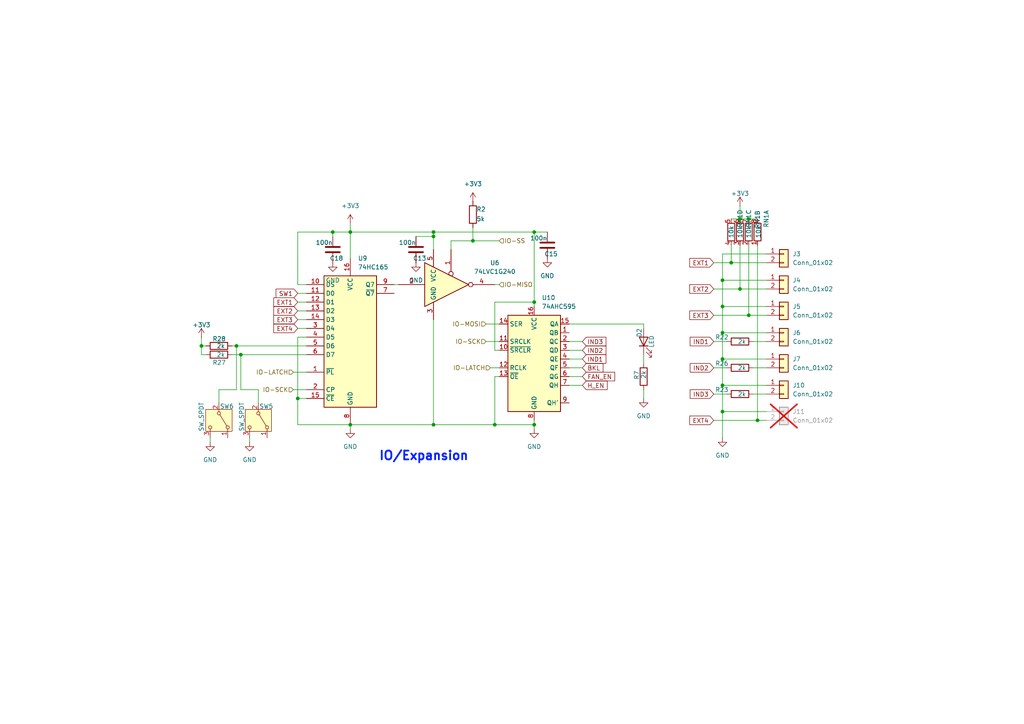
<source format=kicad_sch>
(kicad_sch (version 20250114) (generator "eeschema") (generator_version "9.0")
  (paper "A4")
  (title_block (date "2024-12-29") (rev "G4") (company "Foxhood Designs"))
  (lib_symbols
    (symbol "74xGxx:74LVC1G240"
      (property "Reference" "U" (at 2.54 7.62 0))
      (property "Value" "74LVC1G240" (at 2.54 -7.62 0))
      (symbol "74LVC1G240_0_1"
        (polyline (pts (xy -7.62 6.35) (xy -7.62 -6.35) (xy 5.08 0) (xy -7.62 6.35)) (stroke (width 0.254)) (fill (type background)))
      )
      (symbol "74LVC1G240_1_1"
        (pin input line (at -15.24 0 0) (length 7.62) (name "~") (number "2"))
        (pin power_in line (at -5.08 10.16 270) (length 5.08) (name "VCC") (number "5"))
        (pin power_in line (at -5.08 -10.16 90) (length 5.08) (name "GND") (number "3"))
        (pin input inverted (at 0 10.16 270) (length 7.62) (name "~") (number "1"))
        (pin tri_state inverted (at 12.7 0 180) (length 7.62) (name "~") (number "4"))
      )
    )
    (symbol "74xx:74AHC595"
      (property "Reference" "U" (at -7.62 13.97 0))
      (property "Value" "74AHC595" (at -7.62 -16.51 0))
      (symbol "74AHC595_1_0"
        (pin input line (at -10.16 10.16 0) (length 2.54) (name "SER") (number "14"))
        (pin input line (at -10.16 5.08 0) (length 2.54) (name "SRCLK") (number "11"))
        (pin input line (at -10.16 2.54 0) (length 2.54) (name "~{SRCLR}") (number "10"))
        (pin input line (at -10.16 -2.54 0) (length 2.54) (name "RCLK") (number "12"))
        (pin input line (at -10.16 -5.08 0) (length 2.54) (name "~{OE}") (number "13"))
        (pin power_in line (at 0 15.24 270) (length 2.54) (name "VCC") (number "16"))
        (pin power_in line (at 0 -17.78 90) (length 2.54) (name "GND") (number "8"))
        (pin tri_state line (at 10.16 10.16 180) (length 2.54) (name "QA") (number "15"))
        (pin tri_state line (at 10.16 7.62 180) (length 2.54) (name "QB") (number "1"))
        (pin tri_state line (at 10.16 5.08 180) (length 2.54) (name "QC") (number "2"))
        (pin tri_state line (at 10.16 2.54 180) (length 2.54) (name "QD") (number "3"))
        (pin tri_state line (at 10.16 0 180) (length 2.54) (name "QE") (number "4"))
        (pin tri_state line (at 10.16 -2.54 180) (length 2.54) (name "QF") (number "5"))
        (pin tri_state line (at 10.16 -5.08 180) (length 2.54) (name "QG") (number "6"))
        (pin tri_state line (at 10.16 -7.62 180) (length 2.54) (name "QH") (number "7"))
        (pin output line (at 10.16 -12.7 180) (length 2.54) (name "QH'") (number "9"))
      )
      (symbol "74AHC595_1_1"
        (rectangle (start -7.62 12.7) (end 7.62 -15.24) (stroke (width 0.254)) (fill (type background)))
      )
    )
    (symbol "74xx:74HC165"
      (property "Reference" "U" (at -7.62 19.05 0))
      (property "Value" "74HC165" (at -7.62 -21.59 0))
      (symbol "74HC165_1_0"
        (pin input line (at -12.7 15.24 0) (length 5.08) (name "DS") (number "10"))
        (pin input line (at -12.7 12.7 0) (length 5.08) (name "D0") (number "11"))
        (pin input line (at -12.7 10.16 0) (length 5.08) (name "D1") (number "12"))
        (pin input line (at -12.7 7.62 0) (length 5.08) (name "D2") (number "13"))
        (pin input line (at -12.7 5.08 0) (length 5.08) (name "D3") (number "14"))
        (pin input line (at -12.7 2.54 0) (length 5.08) (name "D4") (number "3"))
        (pin input line (at -12.7 0 0) (length 5.08) (name "D5") (number "4"))
        (pin input line (at -12.7 -2.54 0) (length 5.08) (name "D6") (number "5"))
        (pin input line (at -12.7 -5.08 0) (length 5.08) (name "D7") (number "6"))
        (pin input line (at -12.7 -10.16 0) (length 5.08) (name "~{PL}") (number "1"))
        (pin input line (at -12.7 -15.24 0) (length 5.08) (name "CP") (number "2"))
        (pin input line (at -12.7 -17.78 0) (length 5.08) (name "~{CE}") (number "15"))
        (pin power_in line (at 0 22.86 270) (length 5.08) (name "VCC") (number "16"))
        (pin power_in line (at 0 -25.4 90) (length 5.08) (name "GND") (number "8"))
        (pin output line (at 12.7 15.24 180) (length 5.08) (name "Q7") (number "9"))
        (pin output line (at 12.7 12.7 180) (length 5.08) (name "~{Q7}") (number "7"))
      )
      (symbol "74HC165_1_1"
        (rectangle (start -7.62 17.78) (end 7.62 -20.32) (stroke (width 0.254)) (fill (type background)))
      )
    )
    (symbol "Connector_Generic:Conn_01x02" (pin_names (offset 1.016) (hide yes))
      (property "Reference" "J" (at 0 2.54 0))
      (property "Value" "Conn_01x02" (at 0 -5.08 0))
      (symbol "Conn_01x02_1_1"
        (rectangle (start -1.27 1.27) (end 1.27 -3.81) (stroke (width 0.254)) (fill (type background)))
        (rectangle (start -1.27 0.127) (end 0 -0.127) (stroke (width 0.1524)))
        (rectangle (start -1.27 -2.413) (end 0 -2.667) (stroke (width 0.1524)))
        (pin passive line (at -5.08 0 0) (length 3.81) (name "Pin_1") (number "1"))
        (pin passive line (at -5.08 -2.54 0) (length 3.81) (name "Pin_2") (number "2"))
      )
    )
    (symbol "Device:LED" (pin_numbers (hide yes)) (pin_names (offset 1.016) (hide yes))
      (property "Reference" "D" (at 0 2.54 0))
      (property "Value" "LED" (at 0 -2.54 0))
      (symbol "LED_0_1"
        (polyline (pts (xy -3.048 -0.762) (xy -4.572 -2.286) (xy -3.81 -2.286) (xy -4.572 -2.286) (xy -4.572 -1.524)))
        (polyline (pts (xy -1.778 -0.762) (xy -3.302 -2.286) (xy -2.54 -2.286) (xy -3.302 -2.286) (xy -3.302 -1.524)))
        (polyline (pts (xy -1.27 0) (xy 1.27 0)))
        (polyline (pts (xy -1.27 -1.27) (xy -1.27 1.27)) (stroke (width 0.254)))
        (polyline (pts (xy 1.27 -1.27) (xy 1.27 1.27) (xy -1.27 0) (xy 1.27 -1.27)) (stroke (width 0.254)))
      )
      (symbol "LED_1_1"
        (pin passive line (at -3.81 0 0) (length 2.54) (name "K") (number "1"))
        (pin passive line (at 3.81 0 180) (length 2.54) (name "A") (number "2"))
      )
    )
    (symbol "Device:R" (pin_numbers (hide yes)) (pin_names (offset 0))
      (property "Reference" "R" (at 2.032 0 90))
      (property "Value" "R" (at 0 0 90))
      (symbol "R_0_1"
        (rectangle (start -1.016 -2.54) (end 1.016 2.54) (stroke (width 0.254)))
      )
      (symbol "R_1_1"
        (pin passive line (at 0 3.81 270) (length 1.27) (name "~") (number "1"))
        (pin passive line (at 0 -3.81 90) (length 1.27) (name "~") (number "2"))
      )
    )
    (symbol "Device:R_Pack04_Split" (pin_names (offset 0) (hide yes))
      (property "Reference" "RN" (at 2.032 0 90))
      (property "Value" "R_Pack04_Split" (at 0 0 90))
      (symbol "R_Pack04_Split_0_1"
        (rectangle (start 1.016 2.54) (end -1.016 -2.54) (stroke (width 0.254)))
      )
      (symbol "R_Pack04_Split_1_1"
        (pin passive line (at 0 3.81 270) (length 1.27) (name "R1.2") (number "8"))
        (pin passive line (at 0 -3.81 90) (length 1.27) (name "R1.1") (number "1"))
      )
      (symbol "R_Pack04_Split_2_1"
        (pin passive line (at 0 3.81 270) (length 1.27) (name "R2.2") (number "7"))
        (pin passive line (at 0 -3.81 90) (length 1.27) (name "R2.1") (number "2"))
      )
      (symbol "R_Pack04_Split_3_1"
        (pin passive line (at 0 3.81 270) (length 1.27) (name "R3.2") (number "6"))
        (pin passive line (at 0 -3.81 90) (length 1.27) (name "R3.1") (number "3"))
      )
      (symbol "R_Pack04_Split_4_1"
        (pin passive line (at 0 3.81 270) (length 1.27) (name "R4.2") (number "5"))
        (pin passive line (at 0 -3.81 90) (length 1.27) (name "R4.1") (number "4"))
      )
    )
    (symbol "SparkFun-Capacitor:C" (pin_numbers (hide yes)) (pin_names (offset 0.254))
      (property "Reference" "C" (at 0.635 2.54 0))
      (property "Value" "C" (at 0.635 -2.54 0))
      (property "Voltage" "1kV" (at 0 -6.35 0))
      (property "Tolerance" "100%" (at 0 -8.89 0))
      (symbol "C_0_1"
        (polyline (pts (xy -2.032 0.762) (xy 2.032 0.762)) (stroke (width 0.508)))
        (polyline (pts (xy -2.032 -0.762) (xy 2.032 -0.762)) (stroke (width 0.508)))
      )
      (symbol "C_1_1"
        (pin passive line (at 0 3.81 270) (length 2.794) (name "~") (number "1"))
        (pin passive line (at 0 -3.81 90) (length 2.794) (name "~") (number "2"))
      )
    )
    (symbol "Switch:SW_SPDT" (pin_names (offset 0) (hide yes))
      (property "Reference" "SW" (at 0 5.08 0))
      (property "Value" "SW_SPDT" (at 0 -5.08 0))
      (symbol "SW_SPDT_0_1"
        (circle (center -2.032 0) (radius 0.4572))
        (polyline (pts (xy -1.651 0.254) (xy 1.651 2.286)))
        (circle (center 2.032 2.54) (radius 0.4572))
        (circle (center 2.032 -2.54) (radius 0.4572))
      )
      (symbol "SW_SPDT_1_1"
        (rectangle (start -3.175 3.81) (end 3.175 -3.81) (fill (type background)))
        (pin passive line (at -5.08 0 0) (length 2.54) (name "B") (number "2"))
        (pin passive line (at 5.08 2.54 180) (length 2.54) (name "A") (number "1"))
        (pin passive line (at 5.08 -2.54 180) (length 2.54) (name "C") (number "3"))
      )
    )
    (symbol "power:+3V3" (power) (pin_numbers (hide yes)) (pin_names (offset 0) (hide yes))
      (property "Value" "+3V3" (at 0 3.556 0))
      (symbol "+3V3_0_1"
        (polyline (pts (xy -0.762 1.27) (xy 0 2.54)))
        (polyline (pts (xy 0 2.54) (xy 0.762 1.27)))
        (polyline (pts (xy 0 0) (xy 0 2.54)))
      )
      (symbol "+3V3_1_1"
        (pin power_in line (at 0 0 90) (length 0) (name "~") (number "1"))
      )
    )
    (symbol "power:GND" (power) (pin_numbers (hide yes)) (pin_names (offset 0) (hide yes))
      (property "Value" "GND" (at 0 -3.81 0))
      (symbol "GND_0_1"
        (polyline (pts (xy 0 0) (xy 0 -1.27) (xy 1.27 -1.27) (xy 0 -2.54) (xy -1.27 -1.27) (xy 0 -1.27)))
      )
      (symbol "GND_1_1"
        (pin power_in line (at 0 0 270) (length 0) (name "~") (number "1"))
      )
    )
  )
  (text "IO/Expansion" (at 122.936 132.334 0) (effects (font (size 2.54 2.54) (thickness 0.508) (bold yes))))
  (junction (at 125.73 68.58))
  (junction (at 101.6 123.19))
  (junction (at 209.55 96.52))
  (junction (at 143.51 123.19))
  (junction (at 101.6 67.31))
  (junction (at 214.63 63.5))
  (junction (at 137.16 69.85))
  (junction (at 154.94 67.31))
  (junction (at 96.52 67.31))
  (junction (at 217.17 91.44))
  (junction (at 68.58 100.33))
  (junction (at 217.17 63.5))
  (junction (at 209.55 81.28))
  (junction (at 209.55 111.76))
  (junction (at 209.55 88.9))
  (junction (at 154.94 123.19))
  (junction (at 212.09 76.2))
  (junction (at 214.63 83.82))
  (junction (at 58.42 100.33))
  (junction (at 86.36 115.57))
  (junction (at 209.55 104.14))
  (junction (at 125.73 123.19))
  (junction (at 154.94 87.63))
  (junction (at 125.73 67.31))
  (junction (at 69.85 102.87))
  (junction (at 209.55 119.38))
  (junction (at 219.71 121.92))
  (wire (pts (xy 86.36 82.55) (xy 86.36 67.31)))
  (wire (pts (xy 67.31 100.33) (xy 68.58 100.33)))
  (wire (pts (xy 165.1 111.76) (xy 168.91 111.76)))
  (wire (pts (xy 219.71 71.12) (xy 219.71 121.92)))
  (wire (pts (xy 101.6 67.31) (xy 101.6 74.93)))
  (wire (pts (xy 140.97 93.98) (xy 144.78 93.98)))
  (wire (pts (xy 115.57 82.55) (xy 114.3 82.55)))
  (wire (pts (xy 207.01 91.44) (xy 217.17 91.44)))
  (wire (pts (xy 58.42 100.33) (xy 58.42 102.87)))
  (wire (pts (xy 154.94 67.31) (xy 158.75 67.31)))
  (wire (pts (xy 86.36 85.09) (xy 88.9 85.09)))
  (wire (pts (xy 143.51 87.63) (xy 154.94 87.63)))
  (wire (pts (xy 85.09 113.03) (xy 88.9 113.03)))
  (wire (pts (xy 125.73 67.31) (xy 101.6 67.31)))
  (wire (pts (xy 69.85 102.87) (xy 69.85 113.03)))
  (wire (pts (xy 209.55 96.52) (xy 209.55 88.9)))
  (wire (pts (xy 214.63 71.12) (xy 214.63 83.82)))
  (wire (pts (xy 125.73 123.19) (xy 143.51 123.19)))
  (wire (pts (xy 209.55 81.28) (xy 222.25 81.28)))
  (wire (pts (xy 165.1 104.14) (xy 168.91 104.14)))
  (wire (pts (xy 86.36 123.19) (xy 101.6 123.19)))
  (wire (pts (xy 86.36 115.57) (xy 88.9 115.57)))
  (wire (pts (xy 165.1 93.98) (xy 186.69 93.98)))
  (wire (pts (xy 60.96 128.27) (xy 60.96 127)))
  (wire (pts (xy 214.63 63.5) (xy 217.17 63.5)))
  (wire (pts (xy 207.01 106.68) (xy 210.82 106.68)))
  (wire (pts (xy 222.25 106.68) (xy 218.44 106.68)))
  (wire (pts (xy 207.01 114.3) (xy 210.82 114.3)))
  (wire (pts (xy 212.09 63.5) (xy 214.63 63.5)))
  (wire (pts (xy 96.52 68.58) (xy 96.52 67.31)))
  (wire (pts (xy 209.55 111.76) (xy 209.55 104.14)))
  (wire (pts (xy 72.39 128.27) (xy 72.39 127)))
  (wire (pts (xy 217.17 71.12) (xy 217.17 91.44)))
  (wire (pts (xy 144.78 101.6) (xy 143.51 101.6)))
  (wire (pts (xy 63.5 116.84) (xy 63.5 113.03)))
  (wire (pts (xy 86.36 87.63) (xy 88.9 87.63)))
  (wire (pts (xy 143.51 101.6) (xy 143.51 87.63)))
  (wire (pts (xy 68.58 100.33) (xy 68.58 113.03)))
  (wire (pts (xy 207.01 83.82) (xy 214.63 83.82)))
  (wire (pts (xy 130.81 72.39) (xy 130.81 69.85)))
  (wire (pts (xy 125.73 72.39) (xy 125.73 68.58)))
  (wire (pts (xy 101.6 64.77) (xy 101.6 67.31)))
  (wire (pts (xy 125.73 123.19) (xy 101.6 123.19)))
  (wire (pts (xy 101.6 123.19) (xy 101.6 124.46)))
  (wire (pts (xy 209.55 111.76) (xy 222.25 111.76)))
  (wire (pts (xy 86.36 90.17) (xy 88.9 90.17)))
  (wire (pts (xy 85.09 107.95) (xy 88.9 107.95)))
  (wire (pts (xy 88.9 82.55) (xy 86.36 82.55)))
  (wire (pts (xy 125.73 68.58) (xy 125.73 67.31)))
  (wire (pts (xy 144.78 106.68) (xy 142.24 106.68)))
  (wire (pts (xy 186.69 113.03) (xy 186.69 115.57)))
  (wire (pts (xy 86.36 95.25) (xy 88.9 95.25)))
  (wire (pts (xy 186.69 105.41) (xy 186.69 102.87)))
  (wire (pts (xy 209.55 104.14) (xy 209.55 96.52)))
  (wire (pts (xy 68.58 100.33) (xy 88.9 100.33)))
  (wire (pts (xy 209.55 73.66) (xy 222.25 73.66)))
  (wire (pts (xy 86.36 97.79) (xy 88.9 97.79)))
  (wire (pts (xy 137.16 66.04) (xy 137.16 69.85)))
  (wire (pts (xy 86.36 97.79) (xy 86.36 115.57)))
  (wire (pts (xy 186.69 93.98) (xy 186.69 95.25)))
  (wire (pts (xy 137.16 69.85) (xy 144.78 69.85)))
  (wire (pts (xy 58.42 102.87) (xy 59.69 102.87)))
  (wire (pts (xy 154.94 121.92) (xy 154.94 123.19)))
  (wire (pts (xy 144.78 82.55) (xy 143.51 82.55)))
  (wire (pts (xy 209.55 96.52) (xy 222.25 96.52)))
  (wire (pts (xy 207.01 121.92) (xy 219.71 121.92)))
  (wire (pts (xy 209.55 81.28) (xy 209.55 73.66)))
  (wire (pts (xy 209.55 88.9) (xy 222.25 88.9)))
  (wire (pts (xy 58.42 97.79) (xy 58.42 100.33)))
  (wire (pts (xy 96.52 67.31) (xy 101.6 67.31)))
  (wire (pts (xy 154.94 123.19) (xy 154.94 124.46)))
  (wire (pts (xy 67.31 102.87) (xy 69.85 102.87)))
  (wire (pts (xy 165.1 106.68) (xy 168.91 106.68)))
  (wire (pts (xy 219.71 121.92) (xy 222.25 121.92)))
  (wire (pts (xy 125.73 92.71) (xy 125.73 123.19)))
  (wire (pts (xy 58.42 100.33) (xy 59.69 100.33)))
  (wire (pts (xy 74.93 113.03) (xy 74.93 116.84)))
  (wire (pts (xy 165.1 101.6) (xy 168.91 101.6)))
  (wire (pts (xy 143.51 123.19) (xy 154.94 123.19)))
  (wire (pts (xy 143.51 109.22) (xy 143.51 123.19)))
  (wire (pts (xy 209.55 104.14) (xy 222.25 104.14)))
  (wire (pts (xy 217.17 63.5) (xy 219.71 63.5)))
  (wire (pts (xy 154.94 87.63) (xy 154.94 67.31)))
  (wire (pts (xy 86.36 115.57) (xy 86.36 123.19)))
  (wire (pts (xy 209.55 127) (xy 209.55 119.38)))
  (wire (pts (xy 154.94 67.31) (xy 125.73 67.31)))
  (wire (pts (xy 130.81 69.85) (xy 137.16 69.85)))
  (wire (pts (xy 154.94 88.9) (xy 154.94 87.63)))
  (wire (pts (xy 209.55 119.38) (xy 222.25 119.38)))
  (wire (pts (xy 209.55 88.9) (xy 209.55 81.28)))
  (wire (pts (xy 209.55 119.38) (xy 209.55 111.76)))
  (wire (pts (xy 217.17 91.44) (xy 222.25 91.44)))
  (wire (pts (xy 165.1 99.06) (xy 168.91 99.06)))
  (wire (pts (xy 86.36 92.71) (xy 88.9 92.71)))
  (wire (pts (xy 212.09 71.12) (xy 212.09 76.2)))
  (wire (pts (xy 212.09 76.2) (xy 222.25 76.2)))
  (wire (pts (xy 207.01 99.06) (xy 210.82 99.06)))
  (wire (pts (xy 222.25 99.06) (xy 218.44 99.06)))
  (wire (pts (xy 222.25 114.3) (xy 218.44 114.3)))
  (wire (pts (xy 140.97 99.06) (xy 144.78 99.06)))
  (wire (pts (xy 214.63 83.82) (xy 222.25 83.82)))
  (wire (pts (xy 214.63 59.69) (xy 214.63 63.5)))
  (wire (pts (xy 143.51 109.22) (xy 144.78 109.22)))
  (wire (pts (xy 63.5 113.03) (xy 68.58 113.03)))
  (wire (pts (xy 86.36 67.31) (xy 96.52 67.31)))
  (wire (pts (xy 165.1 109.22) (xy 168.91 109.22)))
  (wire (pts (xy 207.01 76.2) (xy 212.09 76.2)))
  (wire (pts (xy 120.65 68.58) (xy 125.73 68.58)))
  (wire (pts (xy 69.85 113.03) (xy 74.93 113.03)))
  (wire (pts (xy 69.85 102.87) (xy 88.9 102.87)))
  (global_label "EXT2" (shape input) (at 207.01 83.82 180) (property "Intersheetrefs" "${INTERSHEET_REFS}" (effects (hide yes))))
  (global_label "H_EN" (shape input) (at 168.91 111.76 0) (property "Intersheetrefs" "${INTERSHEET_REFS}" (effects (hide yes))))
  (global_label "EXT1" (shape input) (at 207.01 76.2 180) (property "Intersheetrefs" "${INTERSHEET_REFS}" (effects (hide yes))))
  (global_label "IND3" (shape input) (at 207.01 114.3 180) (property "Intersheetrefs" "${INTERSHEET_REFS}" (effects (hide yes))))
  (global_label "EXT4" (shape input) (at 86.36 95.25 180) (property "Intersheetrefs" "${INTERSHEET_REFS}" (effects (hide yes))))
  (global_label "EXT3" (shape input) (at 207.01 91.44 180) (property "Intersheetrefs" "${INTERSHEET_REFS}" (effects (hide yes))))
  (global_label "EXT3" (shape input) (at 86.36 92.71 180) (property "Intersheetrefs" "${INTERSHEET_REFS}" (effects (hide yes))))
  (global_label "BKL" (shape input) (at 168.91 106.68 0) (property "Intersheetrefs" "${INTERSHEET_REFS}" (effects (hide yes))))
  (global_label "IND2" (shape input) (at 168.91 101.6 0) (property "Intersheetrefs" "${INTERSHEET_REFS}" (effects (hide yes))))
  (global_label "EXT1" (shape input) (at 86.36 87.63 180) (property "Intersheetrefs" "${INTERSHEET_REFS}" (effects (hide yes))))
  (global_label "SW1" (shape input) (at 86.36 85.09 180) (property "Intersheetrefs" "${INTERSHEET_REFS}" (effects (hide yes))))
  (global_label "IND1" (shape input) (at 168.91 104.14 0) (property "Intersheetrefs" "${INTERSHEET_REFS}" (effects (hide yes))))
  (global_label "IND2" (shape input) (at 207.01 106.68 180) (property "Intersheetrefs" "${INTERSHEET_REFS}" (effects (hide yes))))
  (global_label "IND1" (shape input) (at 207.01 99.06 180) (property "Intersheetrefs" "${INTERSHEET_REFS}" (effects (hide yes))))
  (global_label "IND3" (shape input) (at 168.91 99.06 0) (property "Intersheetrefs" "${INTERSHEET_REFS}" (effects (hide yes))))
  (global_label "EXT2" (shape input) (at 86.36 90.17 180) (property "Intersheetrefs" "${INTERSHEET_REFS}" (effects (hide yes))))
  (global_label "FAN_EN" (shape input) (at 168.91 109.22 0) (property "Intersheetrefs" "${INTERSHEET_REFS}" (effects (hide yes))))
  (global_label "EXT4" (shape input) (at 207.01 121.92 180) (property "Intersheetrefs" "${INTERSHEET_REFS}" (effects (hide yes))))
  (hierarchical_label "IO-MISO" (shape input) (at 144.78 82.55 0))
  (hierarchical_label "IO-SCK" (shape input) (at 140.97 99.06 180))
  (hierarchical_label "IO-LATCH" (shape input) (at 142.24 106.68 180))
  (hierarchical_label "IO-MOSI" (shape input) (at 140.97 93.98 180))
  (hierarchical_label "IO-LATCH" (shape input) (at 85.09 107.95 180))
  (hierarchical_label "IO-SCK" (shape input) (at 85.09 113.03 180))
  (hierarchical_label "IO-SS" (shape input) (at 144.78 69.85 0))
  (symbol (lib_id "SparkFun-Capacitor:C") (at 96.52 72.39 180) (unit 1)
    (property "Reference" "C18" (at 99.568 74.93 0) (effects (justify left)))
    (property "Value" "100n" (at 96.52 70.358 0) (effects (justify left)))
    (property "Footprint" "Capacitor_SMD:C_0805_2012Metric_Pad1.18x1.45mm_HandSolder" (effects (hide yes)))
    (property "Datasheet" "https://cdn.sparkfun.com/assets/8/a/4/a/5/Kemet_Capacitor_Datasheet.pdf" (effects (hide yes)))
    (property "Description" "Unpolarized capacitor" (effects (hide yes)))
    (property "PROD_ID" "CAP-00000" (effects (hide yes)))
    (property "Voltage" "1kV" (effects (hide yes)))
    (property "Tolerance" "100%" (effects (hide yes)))
  )
  (symbol (lib_id "Connector_Generic:Conn_01x02") (at 227.33 119.38 0) (unit 1) (dnp yes)
    (property "Reference" "J11" (at 229.87 119.3799 0) (effects (justify left)))
    (property "Value" "Conn_01x02" (at 229.87 121.9199 0) (effects (justify left)))
    (property "Footprint" "Connector_PinHeader_2.54mm:PinHeader_1x02_P2.54mm_Vertical_SMD_Pin1Right" (effects (hide yes)))
    (property "Description" "Generic connector, single row, 01x02, script generated (kicad-library-utils/schlib/autogen/connector/)" (effects (hide yes)))
  )
  (symbol (lib_id "SparkFun-Capacitor:C") (at 120.65 72.39 180) (unit 1)
    (property "Reference" "C13" (at 123.698 74.93 0) (effects (justify left)))
    (property "Value" "100n" (at 120.65 70.358 0) (effects (justify left)))
    (property "Footprint" "Capacitor_SMD:C_0805_2012Metric_Pad1.18x1.45mm_HandSolder" (effects (hide yes)))
    (property "Datasheet" "https://cdn.sparkfun.com/assets/8/a/4/a/5/Kemet_Capacitor_Datasheet.pdf" (effects (hide yes)))
    (property "Description" "Unpolarized capacitor" (effects (hide yes)))
    (property "PROD_ID" "CAP-00000" (effects (hide yes)))
    (property "Voltage" "1kV" (effects (hide yes)))
    (property "Tolerance" "100%" (effects (hide yes)))
  )
  (symbol (lib_id "74xGxx:74LVC1G240") (at 130.81 82.55 0) (unit 1)
    (property "Reference" "U6" (at 143.51 76.2314 0))
    (property "Value" "74LVC1G240" (at 143.51 78.7714 0))
    (property "Footprint" "Package_TO_SOT_SMD:SOT-23-5_HandSoldering" (effects (hide yes)))
    (property "Datasheet" "http://www.ti.com/lit/sg/scyt129e/scyt129e.pdf" (effects (hide yes)))
    (property "Description" "Single Buffer/Driver Gate Tri-State, Low-Voltage CMOS" (effects (hide yes)))
  )
  (symbol (lib_id "power:GND") (at 154.94 124.46 0) (unit 1)
    (property "Reference" "#PWR063" (effects (hide yes)))
    (property "Value" "GND" (at 154.94 129.54 0))
    (property "Description" "Power symbol creates a global label with name \"GND\" , ground" (effects (hide yes)))
  )
  (symbol (lib_id "power:GND") (at 120.65 76.2 0) (unit 1)
    (property "Reference" "#PWR061" (effects (hide yes)))
    (property "Value" "GND" (at 120.65 81.28 0))
    (property "Description" "Power symbol creates a global label with name \"GND\" , ground" (effects (hide yes)))
  )
  (symbol (lib_id "Device:R") (at 137.16 62.23 0) (unit 1)
    (property "Reference" "R2" (at 138.176 60.706 0) (effects (justify left)))
    (property "Value" "5k" (at 138.176 63.5 0) (effects (justify left)))
    (property "Footprint" "Resistor_SMD:R_0805_2012Metric_Pad1.20x1.40mm_HandSolder" (effects (hide yes)))
    (property "Description" "Resistor" (effects (hide yes)))
  )
  (symbol (lib_id "power:GND") (at 96.52 76.2 0) (unit 1)
    (property "Reference" "#PWR058" (effects (hide yes)))
    (property "Value" "GND" (at 96.52 81.28 0))
    (property "Description" "Power symbol creates a global label with name \"GND\" , ground" (effects (hide yes)))
  )
  (symbol (lib_id "Connector_Generic:Conn_01x02") (at 227.33 96.52 0) (unit 1)
    (property "Reference" "J6" (at 229.87 96.5199 0) (effects (justify left)))
    (property "Value" "Conn_01x02" (at 229.87 99.0599 0) (effects (justify left)))
    (property "Footprint" "Connector_JST:JST_XH_B2B-XH-A_1x02_P2.50mm_Vertical" (effects (hide yes)))
    (property "Description" "Generic connector, single row, 01x02, script generated (kicad-library-utils/schlib/autogen/connector/)" (effects (hide yes)))
  )
  (symbol (lib_id "74xx:74AHC595") (at 154.94 104.14 0) (unit 1)
    (property "Reference" "U10" (at 157.1341 86.36 0) (effects (justify left)))
    (property "Value" "74AHC595" (at 157.1341 88.9 0) (effects (justify left)))
    (property "Footprint" "Package_SO:TSSOP-16_4.4x5mm_P0.65mm" (effects (hide yes)))
    (property "Datasheet" "https://assets.nexperia.com/documents/data-sheet/74AHC_AHCT595.pdf" (effects (hide yes)))
    (property "Description" "8-bit serial in/out Shift Register 3-State Outputs" (effects (hide yes)))
  )
  (symbol (lib_id "Device:LED") (at 186.69 99.06 90) (unit 1)
    (property "Reference" "D2" (at 185.42 96.52 0))
    (property "Value" "LED" (at 188.976 99.06 0))
    (property "Footprint" "LED_SMD:LED_0805_2012Metric_Pad1.15x1.40mm_HandSolder" (effects (hide yes)))
    (property "Description" "Light emitting diode" (effects (hide yes)))
  )
  (symbol (lib_id "Device:R_Pack04_Split") (at 212.09 67.31 0) (unit 4)
    (property "Reference" "RN1" (at 214.63 66.0399 90) (effects (justify left)))
    (property "Value" "10k" (at 212.09 69.088 90) (effects (justify left)))
    (property "Footprint" "Resistor_SMD:R_Array_Convex_4x0603" (effects (hide yes)))
    (property "Description" "4 resistor network, parallel topology, split" (effects (hide yes)))
  )
  (symbol (lib_id "power:+3V3") (at 137.16 58.42 0) (unit 1)
    (property "Reference" "#PWR062" (effects (hide yes)))
    (property "Value" "+3V3" (at 137.16 53.34 0))
    (property "Description" "Power symbol creates a global label with name \"+3V3\"" (effects (hide yes)))
  )
  (symbol (lib_id "power:GND") (at 101.6 124.46 0) (unit 1)
    (property "Reference" "#PWR060" (effects (hide yes)))
    (property "Value" "GND" (at 101.6 129.54 0))
    (property "Description" "Power symbol creates a global label with name \"GND\" , ground" (effects (hide yes)))
  )
  (symbol (lib_id "Device:R_Pack04_Split") (at 214.63 67.31 0) (unit 3)
    (property "Reference" "RN1" (at 217.17 66.0399 90) (effects (justify left)))
    (property "Value" "10k" (at 214.63 69.088 90) (effects (justify left)))
    (property "Footprint" "Resistor_SMD:R_Array_Convex_4x0603" (effects (hide yes)))
    (property "Description" "4 resistor network, parallel topology, split" (effects (hide yes)))
  )
  (symbol (lib_id "power:GND") (at 186.69 115.57 0) (unit 1)
    (property "Reference" "#PWR065" (effects (hide yes)))
    (property "Value" "GND" (at 186.69 120.65 0))
    (property "Description" "Power symbol creates a global label with name \"GND\" , ground" (effects (hide yes)))
  )
  (symbol (lib_id "Connector_Generic:Conn_01x02") (at 227.33 73.66 0) (unit 1)
    (property "Reference" "J3" (at 229.87 73.6599 0) (effects (justify left)))
    (property "Value" "Conn_01x02" (at 229.87 76.1999 0) (effects (justify left)))
    (property "Footprint" "Connector_JST:JST_XH_B2B-XH-A_1x02_P2.50mm_Vertical" (effects (hide yes)))
    (property "Description" "Generic connector, single row, 01x02, script generated (kicad-library-utils/schlib/autogen/connector/)" (effects (hide yes)))
  )
  (symbol (lib_id "Device:R") (at 63.5 100.33 90) (unit 1)
    (property "Reference" "R28" (at 65.532 98.298 90) (effects (justify left)))
    (property "Value" "2k" (at 65.278 100.33 90) (effects (justify left)))
    (property "Footprint" "Resistor_SMD:R_0805_2012Metric_Pad1.20x1.40mm_HandSolder" (effects (hide yes)))
    (property "Description" "Resistor" (effects (hide yes)))
  )
  (symbol (lib_id "Switch:SW_SPDT") (at 74.93 121.92 270) (unit 1)
    (property "Reference" "SW5" (at 75.184 117.856 90) (effects (justify left)))
    (property "Value" "SW_SPDT" (at 70.104 116.586 0) (effects (justify left)))
    (property "Footprint" "Button_Switch_THT:SW_Slide_SPDT_Straight_CK_OS102011MS2Q" (effects (hide yes)))
    (property "Description" "Switch, single pole double throw" (effects (hide yes)))
  )
  (symbol (lib_id "Connector_Generic:Conn_01x02") (at 227.33 104.14 0) (unit 1)
    (property "Reference" "J7" (at 229.87 104.1399 0) (effects (justify left)))
    (property "Value" "Conn_01x02" (at 229.87 106.6799 0) (effects (justify left)))
    (property "Footprint" "Connector_JST:JST_XH_B2B-XH-A_1x02_P2.50mm_Vertical" (effects (hide yes)))
    (property "Description" "Generic connector, single row, 01x02, script generated (kicad-library-utils/schlib/autogen/connector/)" (effects (hide yes)))
  )
  (symbol (lib_id "Switch:SW_SPDT") (at 63.5 121.92 270) (unit 1)
    (property "Reference" "SW6" (at 63.754 117.856 90) (effects (justify left)))
    (property "Value" "SW_SPDT" (at 58.42 116.586 0) (effects (justify left)))
    (property "Footprint" "Button_Switch_THT:SW_Slide_SPDT_Straight_CK_OS102011MS2Q" (effects (hide yes)))
    (property "Description" "Switch, single pole double throw" (effects (hide yes)))
  )
  (symbol (lib_id "power:GND") (at 60.96 128.27 0) (unit 1)
    (property "Reference" "#PWR056" (effects (hide yes)))
    (property "Value" "GND" (at 60.96 133.35 0))
    (property "Description" "Power symbol creates a global label with name \"GND\" , ground" (effects (hide yes)))
  )
  (symbol (lib_id "Connector_Generic:Conn_01x02") (at 227.33 88.9 0) (unit 1)
    (property "Reference" "J5" (at 229.87 88.8999 0) (effects (justify left)))
    (property "Value" "Conn_01x02" (at 229.87 91.4399 0) (effects (justify left)))
    (property "Footprint" "Connector_JST:JST_XH_B2B-XH-A_1x02_P2.50mm_Vertical" (effects (hide yes)))
    (property "Description" "Generic connector, single row, 01x02, script generated (kicad-library-utils/schlib/autogen/connector/)" (effects (hide yes)))
  )
  (symbol (lib_id "Device:R_Pack04_Split") (at 217.17 67.31 0) (unit 2)
    (property "Reference" "RN1" (at 219.71 66.294 90) (effects (justify left)))
    (property "Value" "10k" (at 217.17 69.088 90) (effects (justify left)))
    (property "Footprint" "Resistor_SMD:R_Array_Convex_4x0603" (effects (hide yes)))
    (property "Description" "4 resistor network, parallel topology, split" (effects (hide yes)))
  )
  (symbol (lib_id "power:GND") (at 72.39 128.27 0) (unit 1)
    (property "Reference" "#PWR057" (effects (hide yes)))
    (property "Value" "GND" (at 72.39 133.35 0))
    (property "Description" "Power symbol creates a global label with name \"GND\" , ground" (effects (hide yes)))
  )
  (symbol (lib_id "power:GND") (at 209.55 127 0) (unit 1)
    (property "Reference" "#PWR015" (effects (hide yes)))
    (property "Value" "GND" (at 209.55 132.08 0))
    (property "Description" "Power symbol creates a global label with name \"GND\" , ground" (effects (hide yes)))
  )
  (symbol (lib_id "74xx:74HC165") (at 101.6 97.79 0) (unit 1)
    (property "Reference" "U9" (at 103.7941 74.93 0) (effects (justify left)))
    (property "Value" "74HC165" (at 103.7941 77.47 0) (effects (justify left)))
    (property "Footprint" "Package_SO:TSSOP-16_4.4x5mm_P0.65mm" (effects (hide yes)))
    (property "Datasheet" "https://assets.nexperia.com/documents/data-sheet/74HC_HCT165.pdf" (effects (hide yes)))
    (property "Description" "Shift Register, 8-bit, Parallel Load" (effects (hide yes)))
  )
  (symbol (lib_id "Connector_Generic:Conn_01x02") (at 227.33 111.76 0) (unit 1)
    (property "Reference" "J10" (at 229.87 111.7599 0) (effects (justify left)))
    (property "Value" "Conn_01x02" (at 229.87 114.2999 0) (effects (justify left)))
    (property "Footprint" "Connector_JST:JST_XH_B2B-XH-A_1x02_P2.50mm_Vertical" (effects (hide yes)))
    (property "Description" "Generic connector, single row, 01x02, script generated (kicad-library-utils/schlib/autogen/connector/)" (effects (hide yes)))
  )
  (symbol (lib_id "Device:R") (at 63.5 102.87 90) (unit 1)
    (property "Reference" "R27" (at 65.532 105.156 90) (effects (justify left)))
    (property "Value" "2k" (at 65.278 102.87 90) (effects (justify left)))
    (property "Footprint" "Resistor_SMD:R_0805_2012Metric_Pad1.20x1.40mm_HandSolder" (effects (hide yes)))
    (property "Description" "Resistor" (effects (hide yes)))
  )
  (symbol (lib_id "Device:R") (at 186.69 109.22 180) (unit 1)
    (property "Reference" "R7" (at 184.658 107.442 90) (effects (justify left)))
    (property "Value" "2k" (at 186.69 107.442 90) (effects (justify left)))
    (property "Footprint" "Resistor_SMD:R_0805_2012Metric_Pad1.20x1.40mm_HandSolder" (effects (hide yes)))
    (property "Description" "Resistor" (effects (hide yes)))
  )
  (symbol (lib_id "Device:R_Pack04_Split") (at 219.71 67.31 0) (unit 1)
    (property "Reference" "RN1" (at 222.25 66.0399 90) (effects (justify left)))
    (property "Value" "10k" (at 219.964 69.088 90) (effects (justify left)))
    (property "Footprint" "Resistor_SMD:R_Array_Convex_4x0603" (effects (hide yes)))
    (property "Description" "4 resistor network, parallel topology, split" (effects (hide yes)))
  )
  (symbol (lib_id "Device:R") (at 214.63 106.68 90) (unit 1)
    (property "Reference" "R26" (at 211.328 105.41 90) (effects (justify left)))
    (property "Value" "2k" (at 216.408 106.68 90) (effects (justify left)))
    (property "Footprint" "Resistor_SMD:R_0805_2012Metric_Pad1.20x1.40mm_HandSolder" (effects (hide yes)))
    (property "Description" "Resistor" (effects (hide yes)))
  )
  (symbol (lib_id "power:GND") (at 158.75 74.93 0) (unit 1)
    (property "Reference" "#PWR064" (effects (hide yes)))
    (property "Value" "GND" (at 158.75 80.01 0))
    (property "Description" "Power symbol creates a global label with name \"GND\" , ground" (effects (hide yes)))
  )
  (symbol (lib_id "power:+3V3") (at 101.6 64.77 0) (unit 1)
    (property "Reference" "#PWR059" (effects (hide yes)))
    (property "Value" "+3V3" (at 101.6 59.69 0))
    (property "Description" "Power symbol creates a global label with name \"+3V3\"" (effects (hide yes)))
  )
  (symbol (lib_id "power:+3V3") (at 214.63 59.69 0) (unit 1)
    (property "Reference" "#PWR016" (effects (hide yes)))
    (property "Value" "+3V3" (at 214.63 56.134 0))
    (property "Description" "Power symbol creates a global label with name \"+3V3\"" (effects (hide yes)))
  )
  (symbol (lib_id "Device:R") (at 214.63 114.3 90) (unit 1)
    (property "Reference" "R23" (at 211.328 113.03 90) (effects (justify left)))
    (property "Value" "2k" (at 216.408 114.3 90) (effects (justify left)))
    (property "Footprint" "Resistor_SMD:R_0805_2012Metric_Pad1.20x1.40mm_HandSolder" (effects (hide yes)))
    (property "Description" "Resistor" (effects (hide yes)))
  )
  (symbol (lib_id "power:+3V3") (at 58.42 97.79 0) (unit 1)
    (property "Reference" "#PWR055" (effects (hide yes)))
    (property "Value" "+3V3" (at 58.42 94.234 0))
    (property "Description" "Power symbol creates a global label with name \"+3V3\"" (effects (hide yes)))
  )
  (symbol (lib_id "SparkFun-Capacitor:C") (at 158.75 71.12 180) (unit 1)
    (property "Reference" "C15" (at 161.798 73.66 0) (effects (justify left)))
    (property "Value" "100n" (at 158.75 69.088 0) (effects (justify left)))
    (property "Footprint" "Capacitor_SMD:C_0805_2012Metric_Pad1.18x1.45mm_HandSolder" (effects (hide yes)))
    (property "Datasheet" "https://cdn.sparkfun.com/assets/8/a/4/a/5/Kemet_Capacitor_Datasheet.pdf" (effects (hide yes)))
    (property "Description" "Unpolarized capacitor" (effects (hide yes)))
    (property "PROD_ID" "CAP-00000" (effects (hide yes)))
    (property "Voltage" "1kV" (effects (hide yes)))
    (property "Tolerance" "100%" (effects (hide yes)))
  )
  (symbol (lib_id "Device:R") (at 214.63 99.06 90) (unit 1)
    (property "Reference" "R22" (at 211.328 97.79 90) (effects (justify left)))
    (property "Value" "2k" (at 216.408 99.06 90) (effects (justify left)))
    (property "Footprint" "Resistor_SMD:R_0805_2012Metric_Pad1.20x1.40mm_HandSolder" (effects (hide yes)))
    (property "Description" "Resistor" (effects (hide yes)))
  )
  (symbol (lib_id "Connector_Generic:Conn_01x02") (at 227.33 81.28 0) (unit 1)
    (property "Reference" "J4" (at 229.87 81.2799 0) (effects (justify left)))
    (property "Value" "Conn_01x02" (at 229.87 83.8199 0) (effects (justify left)))
    (property "Footprint" "Connector_JST:JST_XH_B2B-XH-A_1x02_P2.50mm_Vertical" (effects (hide yes)))
    (property "Description" "Generic connector, single row, 01x02, script generated (kicad-library-utils/schlib/autogen/connector/)" (effects (hide yes)))
  )
)
</source>
